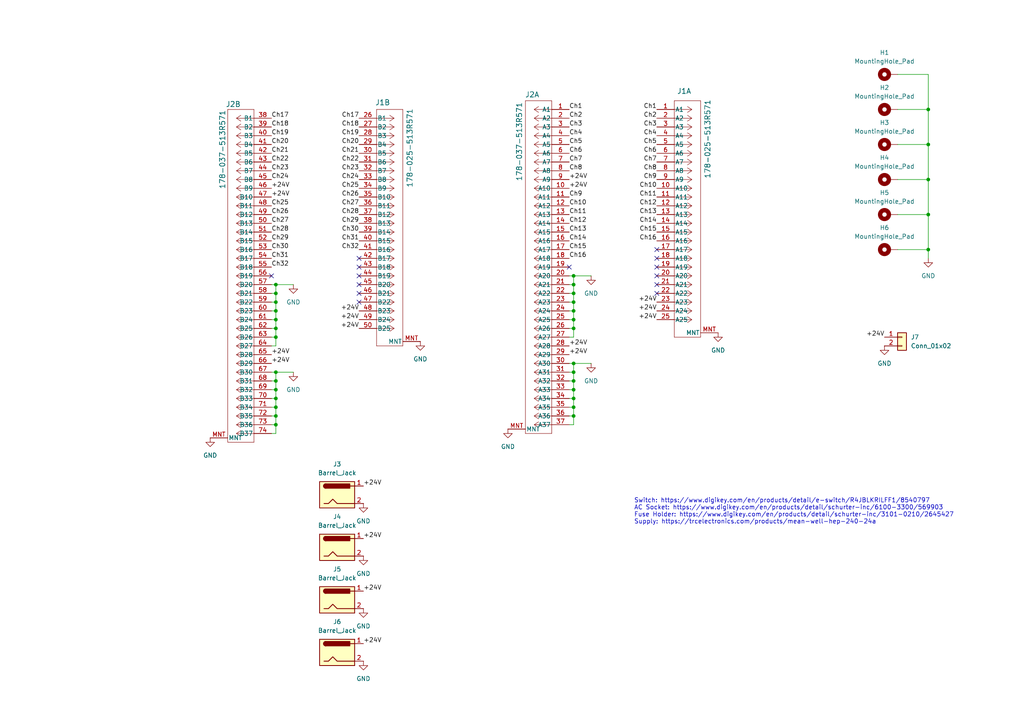
<source format=kicad_sch>
(kicad_sch (version 20231120) (generator "eeschema") (generator_version "8.0")
  (paper "A4")
  (lib_symbols
    (symbol "2024-06-11_19-09-51:178-025-513R571" (pin_names (offset 0.254))
      (property "Reference" "J" (at 6.096 4.064 0))
      (property "Value" "178-025-513R571" (at 13.97 -8.382 90))
      (symbol "178-025-513R571_1_1"
        (pin unspecified line (at 0 0 0) (length 5.08) (name "A1") (number "1"))
        (pin unspecified line (at 0 -22.86 0) (length 5.08) (name "A10") (number "10"))
        (pin unspecified line (at 0 -25.4 0) (length 5.08) (name "A11") (number "11"))
        (pin unspecified line (at 0 -27.94 0) (length 5.08) (name "A12") (number "12"))
        (pin unspecified line (at 0 -30.48 0) (length 5.08) (name "A13") (number "13"))
        (pin unspecified line (at 0 -33.02 0) (length 5.08) (name "A14") (number "14"))
        (pin unspecified line (at 0 -35.56 0) (length 5.08) (name "A15") (number "15"))
        (pin unspecified line (at 0 -38.1 0) (length 5.08) (name "A16") (number "16"))
        (pin unspecified line (at 0 -40.64 0) (length 5.08) (name "A17") (number "17"))
        (pin unspecified line (at 0 -43.18 0) (length 5.08) (name "A18") (number "18"))
        (pin unspecified line (at 0 -45.72 0) (length 5.08) (name "A19") (number "19"))
        (pin unspecified line (at 0 -2.54 0) (length 5.08) (name "A2") (number "2"))
        (pin unspecified line (at 0 -48.26 0) (length 5.08) (name "A20") (number "20"))
        (pin unspecified line (at 0 -50.8 0) (length 5.08) (name "A21") (number "21"))
        (pin unspecified line (at 0 -53.34 0) (length 5.08) (name "A22") (number "22"))
        (pin unspecified line (at 0 -55.88 0) (length 5.08) (name "A23") (number "23"))
        (pin unspecified line (at 0 -58.42 0) (length 5.08) (name "A24") (number "24"))
        (pin unspecified line (at 0 -60.96 0) (length 5.08) (name "A25") (number "25"))
        (pin unspecified line (at 0 -5.08 0) (length 5.08) (name "A3") (number "3"))
        (pin unspecified line (at 0 -7.62 0) (length 5.08) (name "A4") (number "4"))
        (pin unspecified line (at 0 -10.16 0) (length 5.08) (name "A5") (number "5"))
        (pin unspecified line (at 0 -12.7 0) (length 5.08) (name "A6") (number "6"))
        (pin unspecified line (at 0 -15.24 0) (length 5.08) (name "A7") (number "7"))
        (pin unspecified line (at 0 -17.78 0) (length 5.08) (name "A8") (number "8"))
        (pin unspecified line (at 0 -20.32 0) (length 5.08) (name "A9") (number "9"))
        (pin unspecified line (at 17.78 -64.77 180) (length 5.08) (name "MNT") (number "MNT"))
      )
      (symbol "178-025-513R571_1_2"
        (pin unspecified line (at 0 0 0) (length 5.08) (name "A1") (number "A1"))
        (pin unspecified line (at 0 -22.86 0) (length 5.08) (name "A10") (number "A10"))
        (pin unspecified line (at 0 -25.4 0) (length 5.08) (name "A11") (number "A11"))
        (pin unspecified line (at 0 -27.94 0) (length 5.08) (name "A12") (number "A12"))
        (pin unspecified line (at 0 -30.48 0) (length 5.08) (name "A13") (number "A13"))
        (pin unspecified line (at 0 -33.02 0) (length 5.08) (name "A14") (number "A14"))
        (pin unspecified line (at 0 -35.56 0) (length 5.08) (name "A15") (number "A15"))
        (pin unspecified line (at 0 -38.1 0) (length 5.08) (name "A16") (number "A16"))
        (pin unspecified line (at 0 -40.64 0) (length 5.08) (name "A17") (number "A17"))
        (pin unspecified line (at 0 -43.18 0) (length 5.08) (name "A18") (number "A18"))
        (pin unspecified line (at 0 -45.72 0) (length 5.08) (name "A19") (number "A19"))
        (pin unspecified line (at 0 -2.54 0) (length 5.08) (name "A2") (number "A2"))
        (pin unspecified line (at 0 -48.26 0) (length 5.08) (name "A20") (number "A20"))
        (pin unspecified line (at 0 -50.8 0) (length 5.08) (name "A21") (number "A21"))
        (pin unspecified line (at 0 -53.34 0) (length 5.08) (name "A22") (number "A22"))
        (pin unspecified line (at 0 -55.88 0) (length 5.08) (name "A23") (number "A23"))
        (pin unspecified line (at 0 -58.42 0) (length 5.08) (name "A24") (number "A24"))
        (pin unspecified line (at 0 -60.96 0) (length 5.08) (name "A25") (number "A25"))
        (pin unspecified line (at 0 -5.08 0) (length 5.08) (name "A3") (number "A3"))
        (pin unspecified line (at 0 -7.62 0) (length 5.08) (name "A4") (number "A4"))
        (pin unspecified line (at 0 -10.16 0) (length 5.08) (name "A5") (number "A5"))
        (pin unspecified line (at 0 -12.7 0) (length 5.08) (name "A6") (number "A6"))
        (pin unspecified line (at 0 -15.24 0) (length 5.08) (name "A7") (number "A7"))
        (pin unspecified line (at 0 -17.78 0) (length 5.08) (name "A8") (number "A8"))
        (pin unspecified line (at 0 -20.32 0) (length 5.08) (name "A9") (number "A9"))
        (pin unspecified line (at 0 -124.46 0) (length 5.08) (name "B1") (number "B1"))
        (pin unspecified line (at 0 -101.6 0) (length 5.08) (name "B10") (number "B10"))
        (pin unspecified line (at 0 -99.06 0) (length 5.08) (name "B11") (number "B11"))
        (pin unspecified line (at 0 -96.52 0) (length 5.08) (name "B12") (number "B12"))
        (pin unspecified line (at 0 -93.98 0) (length 5.08) (name "B13") (number "B13"))
        (pin unspecified line (at 0 -91.44 0) (length 5.08) (name "B14") (number "B14"))
        (pin unspecified line (at 0 -88.9 0) (length 5.08) (name "B15") (number "B15"))
        (pin unspecified line (at 0 -86.36 0) (length 5.08) (name "B16") (number "B16"))
        (pin unspecified line (at 0 -83.82 0) (length 5.08) (name "B17") (number "B17"))
        (pin unspecified line (at 0 -81.28 0) (length 5.08) (name "B18") (number "B18"))
        (pin unspecified line (at 0 -78.74 0) (length 5.08) (name "B19") (number "B19"))
        (pin unspecified line (at 0 -121.92 0) (length 5.08) (name "B2") (number "B2"))
        (pin unspecified line (at 0 -76.2 0) (length 5.08) (name "B20") (number "B20"))
        (pin unspecified line (at 0 -73.66 0) (length 5.08) (name "B21") (number "B21"))
        (pin unspecified line (at 0 -71.12 0) (length 5.08) (name "B22") (number "B22"))
        (pin unspecified line (at 0 -68.58 0) (length 5.08) (name "B23") (number "B23"))
        (pin unspecified line (at 0 -66.04 0) (length 5.08) (name "B24") (number "B24"))
        (pin unspecified line (at 0 -63.5 0) (length 5.08) (name "B25") (number "B25"))
        (pin unspecified line (at 0 -119.38 0) (length 5.08) (name "B3") (number "B3"))
        (pin unspecified line (at 0 -116.84 0) (length 5.08) (name "B4") (number "B4"))
        (pin unspecified line (at 0 -114.3 0) (length 5.08) (name "B5") (number "B5"))
        (pin unspecified line (at 0 -111.76 0) (length 5.08) (name "B6") (number "B6"))
        (pin unspecified line (at 0 -109.22 0) (length 5.08) (name "B7") (number "B7"))
        (pin unspecified line (at 0 -106.68 0) (length 5.08) (name "B8") (number "B8"))
        (pin unspecified line (at 0 -104.14 0) (length 5.08) (name "B9") (number "B9"))
      )
      (symbol "178-025-513R571_2_1"
        (pin unspecified line (at 1.27 -3.81 0) (length 5.08) (name "B1") (number "26"))
        (pin unspecified line (at 1.27 -6.35 0) (length 5.08) (name "B2") (number "27"))
        (pin unspecified line (at 1.27 -8.89 0) (length 5.08) (name "B3") (number "28"))
        (pin unspecified line (at 1.27 -11.43 0) (length 5.08) (name "B4") (number "29"))
        (pin unspecified line (at 1.27 -13.97 0) (length 5.08) (name "B5") (number "30"))
        (pin unspecified line (at 1.27 -16.51 0) (length 5.08) (name "B6") (number "31"))
        (pin unspecified line (at 1.27 -19.05 0) (length 5.08) (name "B7") (number "32"))
        (pin unspecified line (at 1.27 -21.59 0) (length 5.08) (name "B8") (number "33"))
        (pin unspecified line (at 1.27 -24.13 0) (length 5.08) (name "B9") (number "34"))
        (pin unspecified line (at 1.27 -26.67 0) (length 5.08) (name "B10") (number "35"))
        (pin unspecified line (at 1.27 -29.21 0) (length 5.08) (name "B11") (number "36"))
        (pin unspecified line (at 1.27 -31.75 0) (length 5.08) (name "B12") (number "37"))
        (pin unspecified line (at 1.27 -34.29 0) (length 5.08) (name "B13") (number "38"))
        (pin unspecified line (at 1.27 -36.83 0) (length 5.08) (name "B14") (number "39"))
        (pin unspecified line (at 1.27 -39.37 0) (length 5.08) (name "B15") (number "40"))
        (pin unspecified line (at 1.27 -41.91 0) (length 5.08) (name "B16") (number "41"))
        (pin unspecified line (at 1.27 -44.45 0) (length 5.08) (name "B17") (number "42"))
        (pin unspecified line (at 1.27 -46.99 0) (length 5.08) (name "B18") (number "43"))
        (pin unspecified line (at 1.27 -49.53 0) (length 5.08) (name "B19") (number "44"))
        (pin unspecified line (at 1.27 -52.07 0) (length 5.08) (name "B20") (number "45"))
        (pin unspecified line (at 1.27 -54.61 0) (length 5.08) (name "B21") (number "46"))
        (pin unspecified line (at 1.27 -57.15 0) (length 5.08) (name "B22") (number "47"))
        (pin unspecified line (at 1.27 -59.69 0) (length 5.08) (name "B23") (number "48"))
        (pin unspecified line (at 1.27 -62.23 0) (length 5.08) (name "B24") (number "49"))
        (pin unspecified line (at 1.27 -64.77 0) (length 5.08) (name "B25") (number "50"))
        (pin unspecified line (at 19.05 -68.58 180) (length 5.08) (name "MNT") (number "MNT"))
      )
      (symbol "178-025-513R571_2_2"
        (pin unspecified line (at 0 0 0) (length 5.08) (name "A1") (number "A1"))
        (pin unspecified line (at 0 -22.86 0) (length 5.08) (name "A10") (number "A10"))
        (pin unspecified line (at 0 -25.4 0) (length 5.08) (name "A11") (number "A11"))
        (pin unspecified line (at 0 -27.94 0) (length 5.08) (name "A12") (number "A12"))
        (pin unspecified line (at 0 -30.48 0) (length 5.08) (name "A13") (number "A13"))
        (pin unspecified line (at 0 -33.02 0) (length 5.08) (name "A14") (number "A14"))
        (pin unspecified line (at 0 -35.56 0) (length 5.08) (name "A15") (number "A15"))
        (pin unspecified line (at 0 -38.1 0) (length 5.08) (name "A16") (number "A16"))
        (pin unspecified line (at 0 -40.64 0) (length 5.08) (name "A17") (number "A17"))
        (pin unspecified line (at 0 -43.18 0) (length 5.08) (name "A18") (number "A18"))
        (pin unspecified line (at 0 -45.72 0) (length 5.08) (name "A19") (number "A19"))
        (pin unspecified line (at 0 -2.54 0) (length 5.08) (name "A2") (number "A2"))
        (pin unspecified line (at 0 -48.26 0) (length 5.08) (name "A20") (number "A20"))
        (pin unspecified line (at 0 -50.8 0) (length 5.08) (name "A21") (number "A21"))
        (pin unspecified line (at 0 -53.34 0) (length 5.08) (name "A22") (number "A22"))
        (pin unspecified line (at 0 -55.88 0) (length 5.08) (name "A23") (number "A23"))
        (pin unspecified line (at 0 -58.42 0) (length 5.08) (name "A24") (number "A24"))
        (pin unspecified line (at 0 -60.96 0) (length 5.08) (name "A25") (number "A25"))
        (pin unspecified line (at 0 -5.08 0) (length 5.08) (name "A3") (number "A3"))
        (pin unspecified line (at 0 -7.62 0) (length 5.08) (name "A4") (number "A4"))
        (pin unspecified line (at 0 -10.16 0) (length 5.08) (name "A5") (number "A5"))
        (pin unspecified line (at 0 -12.7 0) (length 5.08) (name "A6") (number "A6"))
        (pin unspecified line (at 0 -15.24 0) (length 5.08) (name "A7") (number "A7"))
        (pin unspecified line (at 0 -17.78 0) (length 5.08) (name "A8") (number "A8"))
        (pin unspecified line (at 0 -20.32 0) (length 5.08) (name "A9") (number "A9"))
        (pin unspecified line (at 0 -124.46 0) (length 5.08) (name "B1") (number "B1"))
        (pin unspecified line (at 0 -101.6 0) (length 5.08) (name "B10") (number "B10"))
        (pin unspecified line (at 0 -99.06 0) (length 5.08) (name "B11") (number "B11"))
        (pin unspecified line (at 0 -96.52 0) (length 5.08) (name "B12") (number "B12"))
        (pin unspecified line (at 0 -93.98 0) (length 5.08) (name "B13") (number "B13"))
        (pin unspecified line (at 0 -91.44 0) (length 5.08) (name "B14") (number "B14"))
        (pin unspecified line (at 0 -88.9 0) (length 5.08) (name "B15") (number "B15"))
        (pin unspecified line (at 0 -86.36 0) (length 5.08) (name "B16") (number "B16"))
        (pin unspecified line (at 0 -83.82 0) (length 5.08) (name "B17") (number "B17"))
        (pin unspecified line (at 0 -81.28 0) (length 5.08) (name "B18") (number "B18"))
        (pin unspecified line (at 0 -78.74 0) (length 5.08) (name "B19") (number "B19"))
        (pin unspecified line (at 0 -121.92 0) (length 5.08) (name "B2") (number "B2"))
        (pin unspecified line (at 0 -76.2 0) (length 5.08) (name "B20") (number "B20"))
        (pin unspecified line (at 0 -73.66 0) (length 5.08) (name "B21") (number "B21"))
        (pin unspecified line (at 0 -71.12 0) (length 5.08) (name "B22") (number "B22"))
        (pin unspecified line (at 0 -68.58 0) (length 5.08) (name "B23") (number "B23"))
        (pin unspecified line (at 0 -66.04 0) (length 5.08) (name "B24") (number "B24"))
        (pin unspecified line (at 0 -63.5 0) (length 5.08) (name "B25") (number "B25"))
        (pin unspecified line (at 0 -119.38 0) (length 5.08) (name "B3") (number "B3"))
        (pin unspecified line (at 0 -116.84 0) (length 5.08) (name "B4") (number "B4"))
        (pin unspecified line (at 0 -114.3 0) (length 5.08) (name "B5") (number "B5"))
        (pin unspecified line (at 0 -111.76 0) (length 5.08) (name "B6") (number "B6"))
        (pin unspecified line (at 0 -109.22 0) (length 5.08) (name "B7") (number "B7"))
        (pin unspecified line (at 0 -106.68 0) (length 5.08) (name "B8") (number "B8"))
        (pin unspecified line (at 0 -104.14 0) (length 5.08) (name "B9") (number "B9"))
      )
    )
    (symbol "2024-06-11_19-10-12:178-037-513R571" (pin_names (offset 0.254))
      (property "Reference" "J" (at 8.89 6.35 0))
      (property "Value" "178-037-513R571" (at 14.478 -58.42 90))
      (symbol "178-037-513R571_1_1"
        (pin unspecified line (at 0 0 0) (length 5.08) (name "A1") (number "1"))
        (pin unspecified line (at 0 -22.86 0) (length 5.08) (name "A10") (number "10"))
        (pin unspecified line (at 0 -25.4 0) (length 5.08) (name "A11") (number "11"))
        (pin unspecified line (at 0 -27.94 0) (length 5.08) (name "A12") (number "12"))
        (pin unspecified line (at 0 -30.48 0) (length 5.08) (name "A13") (number "13"))
        (pin unspecified line (at 0 -33.02 0) (length 5.08) (name "A14") (number "14"))
        (pin unspecified line (at 0 -35.56 0) (length 5.08) (name "A15") (number "15"))
        (pin unspecified line (at 0 -38.1 0) (length 5.08) (name "A16") (number "16"))
        (pin unspecified line (at 0 -40.64 0) (length 5.08) (name "A17") (number "17"))
        (pin unspecified line (at 0 -43.18 0) (length 5.08) (name "A18") (number "18"))
        (pin unspecified line (at 0 -45.72 0) (length 5.08) (name "A19") (number "19"))
        (pin unspecified line (at 0 -2.54 0) (length 5.08) (name "A2") (number "2"))
        (pin unspecified line (at 0 -48.26 0) (length 5.08) (name "A20") (number "20"))
        (pin unspecified line (at 0 -50.8 0) (length 5.08) (name "A21") (number "21"))
        (pin unspecified line (at 0 -53.34 0) (length 5.08) (name "A22") (number "22"))
        (pin unspecified line (at 0 -55.88 0) (length 5.08) (name "A23") (number "23"))
        (pin unspecified line (at 0 -58.42 0) (length 5.08) (name "A24") (number "24"))
        (pin unspecified line (at 0 -60.96 0) (length 5.08) (name "A25") (number "25"))
        (pin unspecified line (at 0 -63.5 0) (length 5.08) (name "A26") (number "26"))
        (pin unspecified line (at 0 -66.04 0) (length 5.08) (name "A27") (number "27"))
        (pin unspecified line (at 0 -68.58 0) (length 5.08) (name "A28") (number "28"))
        (pin unspecified line (at 0 -71.12 0) (length 5.08) (name "A29") (number "29"))
        (pin unspecified line (at 0 -5.08 0) (length 5.08) (name "A3") (number "3"))
        (pin unspecified line (at 0 -73.66 0) (length 5.08) (name "A30") (number "30"))
        (pin unspecified line (at 0 -76.2 0) (length 5.08) (name "A31") (number "31"))
        (pin unspecified line (at 0 -78.74 0) (length 5.08) (name "A32") (number "32"))
        (pin unspecified line (at 0 -81.28 0) (length 5.08) (name "A33") (number "33"))
        (pin unspecified line (at 0 -83.82 0) (length 5.08) (name "A34") (number "34"))
        (pin unspecified line (at 0 -86.36 0) (length 5.08) (name "A35") (number "35"))
        (pin unspecified line (at 0 -88.9 0) (length 5.08) (name "A36") (number "36"))
        (pin unspecified line (at 0 -91.44 0) (length 5.08) (name "A37") (number "37"))
        (pin unspecified line (at 0 -7.62 0) (length 5.08) (name "A4") (number "4"))
        (pin unspecified line (at 0 -10.16 0) (length 5.08) (name "A5") (number "5"))
        (pin unspecified line (at 0 -12.7 0) (length 5.08) (name "A6") (number "6"))
        (pin unspecified line (at 0 -15.24 0) (length 5.08) (name "A7") (number "7"))
        (pin unspecified line (at 0 -17.78 0) (length 5.08) (name "A8") (number "8"))
        (pin unspecified line (at 0 -20.32 0) (length 5.08) (name "A9") (number "9"))
        (pin unspecified line (at 17.78 -92.71 180) (length 5.08) (name "MNT") (number "MNT"))
      )
      (symbol "178-037-513R571_1_2"
        (pin unspecified line (at 0 0 0) (length 5.08) (name "1") (number "1"))
        (pin unspecified line (at 0 -22.86 0) (length 5.08) (name "10") (number "10"))
        (pin unspecified line (at 0 -25.4 0) (length 5.08) (name "11") (number "11"))
        (pin unspecified line (at 0 -27.94 0) (length 5.08) (name "12") (number "12"))
        (pin unspecified line (at 0 -30.48 0) (length 5.08) (name "13") (number "13"))
        (pin unspecified line (at 0 -33.02 0) (length 5.08) (name "14") (number "14"))
        (pin unspecified line (at 0 -35.56 0) (length 5.08) (name "15") (number "15"))
        (pin unspecified line (at 0 -38.1 0) (length 5.08) (name "16") (number "16"))
        (pin unspecified line (at 0 -40.64 0) (length 5.08) (name "17") (number "17"))
        (pin unspecified line (at 0 -43.18 0) (length 5.08) (name "18") (number "18"))
        (pin unspecified line (at 0 -45.72 0) (length 5.08) (name "19") (number "19"))
        (pin unspecified line (at 0 -2.54 0) (length 5.08) (name "2") (number "2"))
        (pin unspecified line (at 0 -48.26 0) (length 5.08) (name "20") (number "20"))
        (pin unspecified line (at 0 -50.8 0) (length 5.08) (name "21") (number "21"))
        (pin unspecified line (at 0 -53.34 0) (length 5.08) (name "22") (number "22"))
        (pin unspecified line (at 0 -55.88 0) (length 5.08) (name "23") (number "23"))
        (pin unspecified line (at 0 -58.42 0) (length 5.08) (name "24") (number "24"))
        (pin unspecified line (at 0 -60.96 0) (length 5.08) (name "25") (number "25"))
        (pin unspecified line (at 0 -63.5 0) (length 5.08) (name "26") (number "26"))
        (pin unspecified line (at 0 -66.04 0) (length 5.08) (name "27") (number "27"))
        (pin unspecified line (at 0 -68.58 0) (length 5.08) (name "28") (number "28"))
        (pin unspecified line (at 0 -71.12 0) (length 5.08) (name "29") (number "29"))
        (pin unspecified line (at 0 -5.08 0) (length 5.08) (name "3") (number "3"))
        (pin unspecified line (at 0 -73.66 0) (length 5.08) (name "30") (number "30"))
        (pin unspecified line (at 0 -76.2 0) (length 5.08) (name "31") (number "31"))
        (pin unspecified line (at 0 -78.74 0) (length 5.08) (name "32") (number "32"))
        (pin unspecified line (at 0 -81.28 0) (length 5.08) (name "33") (number "33"))
        (pin unspecified line (at 0 -83.82 0) (length 5.08) (name "34") (number "34"))
        (pin unspecified line (at 0 -86.36 0) (length 5.08) (name "35") (number "35"))
        (pin unspecified line (at 0 -88.9 0) (length 5.08) (name "36") (number "36"))
        (pin unspecified line (at 0 -91.44 0) (length 5.08) (name "37") (number "37"))
        (pin unspecified line (at 0 -7.62 0) (length 5.08) (name "4") (number "4"))
        (pin unspecified line (at 0 -10.16 0) (length 5.08) (name "5") (number "5"))
        (pin unspecified line (at 0 -12.7 0) (length 5.08) (name "6") (number "6"))
        (pin unspecified line (at 0 -15.24 0) (length 5.08) (name "7") (number "7"))
        (pin unspecified line (at 0 -17.78 0) (length 5.08) (name "8") (number "8"))
        (pin unspecified line (at 0 -20.32 0) (length 5.08) (name "9") (number "9"))
      )
      (symbol "178-037-513R571_2_1"
        (pin unspecified line (at 0 0 0) (length 5.08) (name "B1") (number "38"))
        (pin unspecified line (at 0 -2.54 0) (length 5.08) (name "B2") (number "39"))
        (pin unspecified line (at 0 -5.08 0) (length 5.08) (name "B3") (number "40"))
        (pin unspecified line (at 0 -7.62 0) (length 5.08) (name "B4") (number "41"))
        (pin unspecified line (at 0 -10.16 0) (length 5.08) (name "B5") (number "42"))
        (pin unspecified line (at 0 -12.7 0) (length 5.08) (name "B6") (number "43"))
        (pin unspecified line (at 0 -15.24 0) (length 5.08) (name "B7") (number "44"))
        (pin unspecified line (at 0 -17.78 0) (length 5.08) (name "B8") (number "45"))
        (pin unspecified line (at 0 -20.32 0) (length 5.08) (name "B9") (number "46"))
        (pin unspecified line (at 0 -22.86 0) (length 5.08) (name "B10") (number "47"))
        (pin unspecified line (at 0 -25.4 0) (length 5.08) (name "B11") (number "48"))
        (pin unspecified line (at 0 -27.94 0) (length 5.08) (name "B12") (number "49"))
        (pin unspecified line (at 0 -30.48 0) (length 5.08) (name "B13") (number "50"))
        (pin unspecified line (at 0 -33.02 0) (length 5.08) (name "B14") (number "51"))
        (pin unspecified line (at 0 -35.56 0) (length 5.08) (name "B15") (number "52"))
        (pin unspecified line (at 0 -38.1 0) (length 5.08) (name "B16") (number "53"))
        (pin unspecified line (at 0 -40.64 0) (length 5.08) (name "B17") (number "54"))
        (pin unspecified line (at 0 -43.18 0) (length 5.08) (name "B18") (number "55"))
        (pin unspecified line (at 0 -45.72 0) (length 5.08) (name "B19") (number "56"))
        (pin unspecified line (at 0 -48.26 0) (length 5.08) (name "B20") (number "57"))
        (pin unspecified line (at 0 -50.8 0) (length 5.08) (name "B21") (number "58"))
        (pin unspecified line (at 0 -53.34 0) (length 5.08) (name "B22") (number "59"))
        (pin unspecified line (at 0 -55.88 0) (length 5.08) (name "B23") (number "60"))
        (pin unspecified line (at 0 -58.42 0) (length 5.08) (name "B24") (number "61"))
        (pin unspecified line (at 0 -60.96 0) (length 5.08) (name "B25") (number "62"))
        (pin unspecified line (at 0 -63.5 0) (length 5.08) (name "B26") (number "63"))
        (pin unspecified line (at 0 -66.04 0) (length 5.08) (name "B27") (number "64"))
        (pin unspecified line (at 0 -68.58 0) (length 5.08) (name "B28") (number "65"))
        (pin unspecified line (at 0 -71.12 0) (length 5.08) (name "B29") (number "66"))
        (pin unspecified line (at 0 -73.66 0) (length 5.08) (name "B30") (number "67"))
        (pin unspecified line (at 0 -76.2 0) (length 5.08) (name "B31") (number "68"))
        (pin unspecified line (at 0 -78.74 0) (length 5.08) (name "B32") (number "69"))
        (pin unspecified line (at 0 -81.28 0) (length 5.08) (name "B33") (number "70"))
        (pin unspecified line (at 0 -83.82 0) (length 5.08) (name "B34") (number "71"))
        (pin unspecified line (at 0 -86.36 0) (length 5.08) (name "B35") (number "72"))
        (pin unspecified line (at 0 -88.9 0) (length 5.08) (name "B36") (number "73"))
        (pin unspecified line (at 0 -91.44 0) (length 5.08) (name "B37") (number "74"))
        (pin unspecified line (at 17.78 -92.71 180) (length 5.08) (name "MNT") (number "MNT"))
      )
      (symbol "178-037-513R571_2_2"
        (pin unspecified line (at 0 0 0) (length 5.08) (name "38") (number "38"))
        (pin unspecified line (at 0 -2.54 0) (length 5.08) (name "39") (number "39"))
        (pin unspecified line (at 0 -5.08 0) (length 5.08) (name "40") (number "40"))
        (pin unspecified line (at 0 -7.62 0) (length 5.08) (name "41") (number "41"))
        (pin unspecified line (at 0 -10.16 0) (length 5.08) (name "42") (number "42"))
        (pin unspecified line (at 0 -12.7 0) (length 5.08) (name "43") (number "43"))
        (pin unspecified line (at 0 -15.24 0) (length 5.08) (name "44") (number "44"))
        (pin unspecified line (at 0 -17.78 0) (length 5.08) (name "45") (number "45"))
        (pin unspecified line (at 0 -20.32 0) (length 5.08) (name "46") (number "46"))
        (pin unspecified line (at 0 -22.86 0) (length 5.08) (name "47") (number "47"))
        (pin unspecified line (at 0 -25.4 0) (length 5.08) (name "48") (number "48"))
        (pin unspecified line (at 0 -27.94 0) (length 5.08) (name "49") (number "49"))
        (pin unspecified line (at 0 -30.48 0) (length 5.08) (name "50") (number "50"))
        (pin unspecified line (at 0 -33.02 0) (length 5.08) (name "51") (number "51"))
        (pin unspecified line (at 0 -35.56 0) (length 5.08) (name "52") (number "52"))
        (pin unspecified line (at 0 -38.1 0) (length 5.08) (name "53") (number "53"))
        (pin unspecified line (at 0 -40.64 0) (length 5.08) (name "54") (number "54"))
        (pin unspecified line (at 0 -43.18 0) (length 5.08) (name "55") (number "55"))
        (pin unspecified line (at 0 -45.72 0) (length 5.08) (name "56") (number "56"))
        (pin unspecified line (at 0 -48.26 0) (length 5.08) (name "57") (number "57"))
        (pin unspecified line (at 0 -50.8 0) (length 5.08) (name "58") (number "58"))
        (pin unspecified line (at 0 -53.34 0) (length 5.08) (name "59") (number "59"))
        (pin unspecified line (at 0 -55.88 0) (length 5.08) (name "60") (number "60"))
        (pin unspecified line (at 0 -58.42 0) (length 5.08) (name "61") (number "61"))
        (pin unspecified line (at 0 -60.96 0) (length 5.08) (name "62") (number "62"))
        (pin unspecified line (at 0 -63.5 0) (length 5.08) (name "63") (number "63"))
        (pin unspecified line (at 0 -66.04 0) (length 5.08) (name "64") (number "64"))
        (pin unspecified line (at 0 -68.58 0) (length 5.08) (name "65") (number "65"))
        (pin unspecified line (at 0 -71.12 0) (length 5.08) (name "66") (number "66"))
        (pin unspecified line (at 0 -73.66 0) (length 5.08) (name "67") (number "67"))
        (pin unspecified line (at 0 -76.2 0) (length 5.08) (name "68") (number "68"))
        (pin unspecified line (at 0 -78.74 0) (length 5.08) (name "69") (number "69"))
        (pin unspecified line (at 0 -81.28 0) (length 5.08) (name "70") (number "70"))
        (pin unspecified line (at 0 -83.82 0) (length 5.08) (name "71") (number "71"))
        (pin unspecified line (at 0 -86.36 0) (length 5.08) (name "72") (number "72"))
        (pin unspecified line (at 0 -88.9 0) (length 5.08) (name "73") (number "73"))
        (pin unspecified line (at 0 -91.44 0) (length 5.08) (name "74") (number "74"))
      )
    )
    (symbol "Connector:Barrel_Jack" (pin_names (offset 1.016))
      (property "Reference" "J" (at 0 5.334 0))
      (property "Value" "Barrel_Jack" (at 0 -5.08 0))
      (symbol "Barrel_Jack_1_1"
        (pin passive line (at 7.62 2.54 180) (length 2.54) (name "~") (number "1"))
        (pin passive line (at 7.62 -2.54 180) (length 2.54) (name "~") (number "2"))
      )
    )
    (symbol "Connector_Generic:Conn_01x02" (pin_names (offset 1.016) hide)
      (property "Reference" "J" (at 0 2.54 0))
      (property "Value" "Conn_01x02" (at 0 -5.08 0))
      (symbol "Conn_01x02_1_1"
        (pin passive line (at -5.08 0 0) (length 3.81) (name "Pin_1") (number "1"))
        (pin passive line (at -5.08 -2.54 0) (length 3.81) (name "Pin_2") (number "2"))
      )
    )
    (symbol "Mechanical:MountingHole_Pad" (pin_numbers hide) (pin_names (offset 1.016) hide) (exclude_from_sim yes) (in_bom no)
      (property "Reference" "H" (at 0 6.35 0))
      (property "Value" "MountingHole_Pad" (at 0 4.445 0))
      (symbol "MountingHole_Pad_1_1"
        (pin input line (at 0 -2.54 90) (length 2.54) (name "1") (number "1"))
      )
    )
    (symbol "power:GND" (power) (pin_numbers hide) (pin_names (offset 0) hide)
      (property "Value" "GND" (at 0 -3.81 0))
      (symbol "GND_1_1"
        (pin power_in line (at 0 0 270) (length 0) (name "~") (number "1"))
      )
    )
  )
  (junction (at 166.37 85.09))
  (junction (at 80.01 87.63))
  (junction (at 166.37 95.25))
  (junction (at 80.01 120.65))
  (junction (at 166.37 80.01))
  (junction (at 166.37 90.17))
  (junction (at 269.24 31.75))
  (junction (at 80.01 115.57))
  (junction (at 80.01 123.19))
  (junction (at 80.01 95.25))
  (junction (at 166.37 87.63))
  (junction (at 166.37 82.55))
  (junction (at 80.01 107.95))
  (junction (at 166.37 110.49))
  (junction (at 269.24 52.07))
  (junction (at 80.01 82.55))
  (junction (at 80.01 90.17))
  (junction (at 269.24 41.91))
  (junction (at 80.01 113.03))
  (junction (at 80.01 97.79))
  (junction (at 269.24 62.23))
  (junction (at 80.01 110.49))
  (junction (at 80.01 118.11))
  (junction (at 80.01 85.09))
  (junction (at 166.37 118.11))
  (junction (at 166.37 113.03))
  (junction (at 166.37 107.95))
  (junction (at 166.37 120.65))
  (junction (at 269.24 72.39))
  (junction (at 80.01 92.71))
  (junction (at 166.37 115.57))
  (junction (at 166.37 105.41))
  (junction (at 166.37 92.71))
  (no_connect (at 190.5 74.93))
  (no_connect (at 104.14 87.63))
  (no_connect (at 165.1 77.47))
  (no_connect (at 104.14 74.93))
  (no_connect (at 104.14 82.55))
  (no_connect (at 104.14 77.47))
  (no_connect (at 190.5 82.55))
  (no_connect (at 104.14 85.09))
  (no_connect (at 104.14 80.01))
  (no_connect (at 78.74 80.01))
  (no_connect (at 190.5 80.01))
  (no_connect (at 190.5 77.47))
  (no_connect (at 190.5 72.39))
  (no_connect (at 190.5 85.09))
  (wire (pts (xy 260.35 52.07) (xy 269.24 52.07)))
  (wire (pts (xy 80.01 125.73) (xy 80.01 123.19)))
  (wire (pts (xy 165.1 87.63) (xy 166.37 87.63)))
  (wire (pts (xy 80.01 120.65) (xy 80.01 118.11)))
  (wire (pts (xy 165.1 90.17) (xy 166.37 90.17)))
  (wire (pts (xy 78.74 110.49) (xy 80.01 110.49)))
  (wire (pts (xy 260.35 62.23) (xy 269.24 62.23)))
  (wire (pts (xy 80.01 85.09) (xy 80.01 82.55)))
  (wire (pts (xy 165.1 107.95) (xy 166.37 107.95)))
  (wire (pts (xy 269.24 52.07) (xy 269.24 62.23)))
  (wire (pts (xy 165.1 82.55) (xy 166.37 82.55)))
  (wire (pts (xy 166.37 107.95) (xy 166.37 105.41)))
  (wire (pts (xy 166.37 118.11) (xy 166.37 115.57)))
  (wire (pts (xy 78.74 123.19) (xy 80.01 123.19)))
  (wire (pts (xy 80.01 107.95) (xy 85.09 107.95)))
  (wire (pts (xy 165.1 118.11) (xy 166.37 118.11)))
  (wire (pts (xy 80.01 82.55) (xy 85.09 82.55)))
  (wire (pts (xy 165.1 92.71) (xy 166.37 92.71)))
  (wire (pts (xy 165.1 115.57) (xy 166.37 115.57)))
  (wire (pts (xy 78.74 125.73) (xy 80.01 125.73)))
  (wire (pts (xy 269.24 21.59) (xy 269.24 31.75)))
  (wire (pts (xy 80.01 115.57) (xy 80.01 113.03)))
  (wire (pts (xy 260.35 41.91) (xy 269.24 41.91)))
  (wire (pts (xy 78.74 113.03) (xy 80.01 113.03)))
  (wire (pts (xy 166.37 95.25) (xy 166.37 92.71)))
  (wire (pts (xy 166.37 85.09) (xy 166.37 82.55)))
  (wire (pts (xy 80.01 110.49) (xy 80.01 107.95)))
  (wire (pts (xy 269.24 31.75) (xy 269.24 41.91)))
  (wire (pts (xy 80.01 100.33) (xy 80.01 97.79)))
  (wire (pts (xy 165.1 85.09) (xy 166.37 85.09)))
  (wire (pts (xy 80.01 87.63) (xy 80.01 85.09)))
  (wire (pts (xy 166.37 82.55) (xy 166.37 80.01)))
  (wire (pts (xy 165.1 110.49) (xy 166.37 110.49)))
  (wire (pts (xy 166.37 80.01) (xy 171.45 80.01)))
  (wire (pts (xy 166.37 110.49) (xy 166.37 107.95)))
  (wire (pts (xy 165.1 120.65) (xy 166.37 120.65)))
  (wire (pts (xy 166.37 87.63) (xy 166.37 85.09)))
  (wire (pts (xy 260.35 31.75) (xy 269.24 31.75)))
  (wire (pts (xy 260.35 21.59) (xy 269.24 21.59)))
  (wire (pts (xy 78.74 90.17) (xy 80.01 90.17)))
  (wire (pts (xy 78.74 97.79) (xy 80.01 97.79)))
  (wire (pts (xy 78.74 85.09) (xy 80.01 85.09)))
  (wire (pts (xy 78.74 107.95) (xy 80.01 107.95)))
  (wire (pts (xy 80.01 95.25) (xy 80.01 92.71)))
  (wire (pts (xy 166.37 113.03) (xy 166.37 110.49)))
  (wire (pts (xy 80.01 92.71) (xy 80.01 90.17)))
  (wire (pts (xy 165.1 95.25) (xy 166.37 95.25)))
  (wire (pts (xy 269.24 72.39) (xy 269.24 74.93)))
  (wire (pts (xy 166.37 92.71) (xy 166.37 90.17)))
  (wire (pts (xy 166.37 90.17) (xy 166.37 87.63)))
  (wire (pts (xy 166.37 120.65) (xy 166.37 118.11)))
  (wire (pts (xy 78.74 120.65) (xy 80.01 120.65)))
  (wire (pts (xy 80.01 113.03) (xy 80.01 110.49)))
  (wire (pts (xy 78.74 100.33) (xy 80.01 100.33)))
  (wire (pts (xy 78.74 118.11) (xy 80.01 118.11)))
  (wire (pts (xy 80.01 118.11) (xy 80.01 115.57)))
  (wire (pts (xy 78.74 95.25) (xy 80.01 95.25)))
  (wire (pts (xy 166.37 123.19) (xy 166.37 120.65)))
  (wire (pts (xy 78.74 87.63) (xy 80.01 87.63)))
  (wire (pts (xy 260.35 72.39) (xy 269.24 72.39)))
  (wire (pts (xy 165.1 113.03) (xy 166.37 113.03)))
  (wire (pts (xy 80.01 123.19) (xy 80.01 120.65)))
  (wire (pts (xy 166.37 105.41) (xy 171.45 105.41)))
  (wire (pts (xy 78.74 92.71) (xy 80.01 92.71)))
  (wire (pts (xy 269.24 62.23) (xy 269.24 72.39)))
  (wire (pts (xy 166.37 115.57) (xy 166.37 113.03)))
  (wire (pts (xy 80.01 90.17) (xy 80.01 87.63)))
  (wire (pts (xy 165.1 105.41) (xy 166.37 105.41)))
  (wire (pts (xy 165.1 97.79) (xy 166.37 97.79)))
  (wire (pts (xy 166.37 97.79) (xy 166.37 95.25)))
  (wire (pts (xy 78.74 82.55) (xy 80.01 82.55)))
  (wire (pts (xy 269.24 41.91) (xy 269.24 52.07)))
  (wire (pts (xy 165.1 123.19) (xy 166.37 123.19)))
  (wire (pts (xy 165.1 80.01) (xy 166.37 80.01)))
  (wire (pts (xy 80.01 97.79) (xy 80.01 95.25)))
  (wire (pts (xy 78.74 115.57) (xy 80.01 115.57)))
  (text "Switch: https://www.digikey.com/en/products/detail/e-switch/R4JBLKRILFF1/8540797\nAC Socket: https://www.digikey.com/en/products/detail/schurter-inc/6100-3300/569903\nFuse Holder: https://www.digikey.com/en/products/detail/schurter-inc/3101-0210/2645427\nSupply: https://trcelectronics.com/products/mean-well-hep-240-24a" (at 183.896 148.336 0) (effects (font (size 1.27 1.27)) (justify left)))
  (label "+24V" (at 165.1 100.33 0))
  (label "Ch4" (at 165.1 39.37 0))
  (label "Ch8" (at 165.1 49.53 0))
  (label "Ch31" (at 78.74 74.93 0))
  (label "Ch23" (at 78.74 49.53 0))
  (label "+24V" (at 190.5 87.63 180))
  (label "Ch21" (at 104.14 44.45 180))
  (label "Ch9" (at 165.1 57.15 0))
  (label "Ch3" (at 165.1 36.83 0))
  (label "Ch30" (at 104.14 67.31 180))
  (label "Ch15" (at 190.5 67.31 180))
  (label "Ch12" (at 165.1 64.77 0))
  (label "+24V" (at 105.41 171.45 0))
  (label "Ch2" (at 165.1 34.29 0))
  (label "Ch14" (at 165.1 69.85 0))
  (label "Ch23" (at 104.14 49.53 180))
  (label "Ch15" (at 165.1 72.39 0))
  (label "Ch32" (at 104.14 72.39 180))
  (label "Ch13" (at 165.1 67.31 0))
  (label "Ch9" (at 190.5 52.07 180))
  (label "Ch6" (at 190.5 44.45 180))
  (label "Ch16" (at 190.5 69.85 180))
  (label "Ch1" (at 190.5 31.75 180))
  (label "+24V" (at 105.41 140.97 0))
  (label "Ch22" (at 78.74 46.99 0))
  (label "Ch1" (at 165.1 31.75 0))
  (label "Ch27" (at 104.14 59.69 180))
  (label "+24V" (at 78.74 57.15 0))
  (label "Ch17" (at 78.74 34.29 0))
  (label "Ch19" (at 78.74 39.37 0))
  (label "Ch7" (at 190.5 46.99 180))
  (label "+24V" (at 104.14 95.25 180))
  (label "+24V" (at 78.74 54.61 0))
  (label "Ch31" (at 104.14 69.85 180))
  (label "+24V" (at 104.14 92.71 180))
  (label "Ch26" (at 78.74 62.23 0))
  (label "Ch8" (at 190.5 49.53 180))
  (label "Ch18" (at 104.14 36.83 180))
  (label "Ch29" (at 78.74 69.85 0))
  (label "Ch28" (at 78.74 67.31 0))
  (label "Ch4" (at 190.5 39.37 180))
  (label "Ch25" (at 104.14 54.61 180))
  (label "Ch25" (at 78.74 59.69 0))
  (label "Ch2" (at 190.5 34.29 180))
  (label "Ch10" (at 165.1 59.69 0))
  (label "Ch20" (at 104.14 41.91 180))
  (label "Ch16" (at 165.1 74.93 0))
  (label "+24V" (at 165.1 102.87 0))
  (label "Ch10" (at 190.5 54.61 180))
  (label "Ch6" (at 165.1 44.45 0))
  (label "+24V" (at 165.1 54.61 0))
  (label "+24V" (at 165.1 52.07 0))
  (label "Ch3" (at 190.5 36.83 180))
  (label "Ch19" (at 104.14 39.37 180))
  (label "Ch20" (at 78.74 41.91 0))
  (label "Ch7" (at 165.1 46.99 0))
  (label "+24V" (at 78.74 102.87 0))
  (label "Ch22" (at 104.14 46.99 180))
  (label "Ch29" (at 104.14 64.77 180))
  (label "Ch26" (at 104.14 57.15 180))
  (label "Ch11" (at 190.5 57.15 180))
  (label "+24V" (at 105.41 186.69 0))
  (label "+24V" (at 190.5 90.17 180))
  (label "Ch14" (at 190.5 64.77 180))
  (label "Ch5" (at 190.5 41.91 180))
  (label "Ch27" (at 78.74 64.77 0))
  (label "Ch21" (at 78.74 44.45 0))
  (label "Ch18" (at 78.74 36.83 0))
  (label "Ch11" (at 165.1 62.23 0))
  (label "Ch32" (at 78.74 77.47 0))
  (label "Ch5" (at 165.1 41.91 0))
  (label "+24V" (at 78.74 105.41 0))
  (label "+24V" (at 190.5 92.71 180))
  (label "+24V" (at 105.41 156.21 0))
  (label "Ch30" (at 78.74 72.39 0))
  (label "Ch24" (at 104.14 52.07 180))
  (label "+24V" (at 256.54 97.79 180))
  (label "Ch28" (at 104.14 62.23 180))
  (label "Ch17" (at 104.14 34.29 180))
  (label "Ch13" (at 190.5 62.23 180))
  (label "Ch24" (at 78.74 52.07 0))
  (label "Ch12" (at 190.5 59.69 180))
  (label "+24V" (at 104.14 90.17 180))
  (symbol (lib_id "power:GND") (at 171.45 105.41 0) (unit 1)
    (property "Reference" "#PWR012" (effects (hide yes)))
    (property "Value" "GND" (at 171.45 110.49 0))
    (property "Description" "Power symbol creates a global label with name \"GND\" , ground" (effects (hide yes)))
  )
  (symbol (lib_id "power:GND") (at 60.96 127 0) (mirror y) (unit 1)
    (property "Reference" "#PWR09" (effects (hide yes)))
    (property "Value" "GND" (at 60.96 132.08 0))
    (property "Description" "Power symbol creates a global label with name \"GND\" , ground" (effects (hide yes)))
  )
  (symbol (lib_id "2024-06-11_19-10-12:178-037-513R571") (at 165.1 31.75 0) (mirror y) (unit 1)
    (property "Reference" "J2" (at 156.464 27.432 0) (effects (font (size 1.524 1.524)) (justify left)))
    (property "Value" "178-037-513R571" (at 150.622 52.578 90) (effects (font (size 1.524 1.524)) (justify left)))
    (property "Footprint" "footprints:CONN_178-037-513R571_NRC" (effects (hide yes)))
    (property "Datasheet" "178-037-513R571" (effects (hide yes)))
  )
  (symbol (lib_id "power:GND") (at 121.92 99.06 0) (unit 1)
    (property "Reference" "#PWR08" (effects (hide yes)))
    (property "Value" "GND" (at 121.92 104.14 0))
    (property "Description" "Power symbol creates a global label with name \"GND\" , ground" (effects (hide yes)))
  )
  (symbol (lib_id "Mechanical:MountingHole_Pad") (at 257.81 52.07 90) (unit 1) (exclude_from_sim yes) (in_bom no)
    (property "Reference" "H4" (at 256.54 45.72 90))
    (property "Value" "MountingHole_Pad" (at 256.54 48.26 90))
    (property "Footprint" "MountingHole:MountingHole_3.2mm_M3_Pad_Via" (effects (hide yes)))
    (property "Description" "Mounting Hole with connection" (effects (hide yes)))
  )
  (symbol (lib_id "power:GND") (at 256.54 100.33 0) (unit 1)
    (property "Reference" "#PWR02" (effects (hide yes)))
    (property "Value" "GND" (at 256.54 105.41 0))
    (property "Description" "Power symbol creates a global label with name \"GND\" , ground" (effects (hide yes)))
  )
  (symbol (lib_id "Mechanical:MountingHole_Pad") (at 257.81 62.23 90) (unit 1) (exclude_from_sim yes) (in_bom no)
    (property "Reference" "H5" (at 256.54 55.88 90))
    (property "Value" "MountingHole_Pad" (at 256.54 58.42 90))
    (property "Footprint" "MountingHole:MountingHole_3.2mm_M3_Pad_Via" (effects (hide yes)))
    (property "Description" "Mounting Hole with connection" (effects (hide yes)))
  )
  (symbol (lib_id "Connector:Barrel_Jack") (at 97.79 143.51 0) (unit 1)
    (property "Reference" "J3" (at 97.79 134.62 0))
    (property "Value" "Barrel_Jack" (at 97.79 137.16 0))
    (property "Footprint" "footprints:CUI PJ-037A" (effects (hide yes)))
    (property "Datasheet" "https://www.digikey.com/en/products/detail/cui-devices/PJ-037A/1644545" (effects (hide yes)))
    (property "Description" "DC Barrel Jack" (effects (hide yes)))
  )
  (symbol (lib_id "power:GND") (at 208.28 96.52 0) (unit 1)
    (property "Reference" "#PWR07" (effects (hide yes)))
    (property "Value" "GND" (at 208.28 101.6 0))
    (property "Description" "Power symbol creates a global label with name \"GND\" , ground" (effects (hide yes)))
  )
  (symbol (lib_id "Mechanical:MountingHole_Pad") (at 257.81 41.91 90) (unit 1) (exclude_from_sim yes) (in_bom no)
    (property "Reference" "H3" (at 256.54 35.56 90))
    (property "Value" "MountingHole_Pad" (at 256.54 38.1 90))
    (property "Footprint" "MountingHole:MountingHole_3.2mm_M3_Pad_Via" (effects (hide yes)))
    (property "Description" "Mounting Hole with connection" (effects (hide yes)))
  )
  (symbol (lib_id "power:GND") (at 171.45 80.01 0) (unit 1)
    (property "Reference" "#PWR011" (effects (hide yes)))
    (property "Value" "GND" (at 171.45 85.09 0))
    (property "Description" "Power symbol creates a global label with name \"GND\" , ground" (effects (hide yes)))
  )
  (symbol (lib_id "2024-06-11_19-09-51:178-025-513R571") (at 102.87 30.48 0) (unit 2)
    (property "Reference" "J1" (at 110.998 29.718 0) (effects (font (size 1.524 1.524))))
    (property "Value" "178-025-513R571" (at 118.872 42.926 90) (effects (font (size 1.524 1.524))))
    (property "Footprint" "footprints:CONN_178-025-513_NRC" (effects (hide yes)))
    (property "Datasheet" "178-025-513R571" (effects (hide yes)))
  )
  (symbol (lib_id "power:GND") (at 269.24 74.93 0) (unit 1)
    (property "Reference" "#PWR01" (effects (hide yes)))
    (property "Value" "GND" (at 269.24 80.01 0))
    (property "Description" "Power symbol creates a global label with name \"GND\" , ground" (effects (hide yes)))
  )
  (symbol (lib_id "power:GND") (at 105.41 161.29 0) (unit 1)
    (property "Reference" "#PWR04" (effects (hide yes)))
    (property "Value" "GND" (at 105.41 166.37 0))
    (property "Description" "Power symbol creates a global label with name \"GND\" , ground" (effects (hide yes)))
  )
  (symbol (lib_id "Connector:Barrel_Jack") (at 97.79 158.75 0) (unit 1)
    (property "Reference" "J4" (at 97.79 149.86 0))
    (property "Value" "Barrel_Jack" (at 97.79 152.4 0))
    (property "Footprint" "footprints:CUI PJ-037A" (effects (hide yes)))
    (property "Datasheet" "https://www.digikey.com/en/products/detail/cui-devices/PJ-037A/1644545" (effects (hide yes)))
    (property "Description" "DC Barrel Jack" (effects (hide yes)))
  )
  (symbol (lib_id "2024-06-11_19-10-12:178-037-513R571") (at 78.74 34.29 0) (mirror y) (unit 2)
    (property "Reference" "J2" (at 69.85 30.226 0) (effects (font (size 1.524 1.524)) (justify left)))
    (property "Value" "178-037-513R571" (at 64.516 54.864 90) (effects (font (size 1.524 1.524)) (justify left)))
    (property "Footprint" "footprints:CONN_178-037-513R571_NRC" (effects (hide yes)))
    (property "Datasheet" "178-037-513R571" (effects (hide yes)))
  )
  (symbol (lib_id "power:GND") (at 105.41 146.05 0) (unit 1)
    (property "Reference" "#PWR03" (effects (hide yes)))
    (property "Value" "GND" (at 105.41 151.13 0))
    (property "Description" "Power symbol creates a global label with name \"GND\" , ground" (effects (hide yes)))
  )
  (symbol (lib_id "power:GND") (at 105.41 176.53 0) (unit 1)
    (property "Reference" "#PWR05" (effects (hide yes)))
    (property "Value" "GND" (at 105.41 181.61 0))
    (property "Description" "Power symbol creates a global label with name \"GND\" , ground" (effects (hide yes)))
  )
  (symbol (lib_id "Mechanical:MountingHole_Pad") (at 257.81 31.75 90) (unit 1) (exclude_from_sim yes) (in_bom no)
    (property "Reference" "H2" (at 256.54 25.4 90))
    (property "Value" "MountingHole_Pad" (at 256.54 27.94 90))
    (property "Footprint" "MountingHole:MountingHole_3.2mm_M3_Pad_Via" (effects (hide yes)))
    (property "Description" "Mounting Hole with connection" (effects (hide yes)))
  )
  (symbol (lib_id "power:GND") (at 85.09 82.55 0) (unit 1)
    (property "Reference" "#PWR013" (effects (hide yes)))
    (property "Value" "GND" (at 85.09 87.63 0))
    (property "Description" "Power symbol creates a global label with name \"GND\" , ground" (effects (hide yes)))
  )
  (symbol (lib_id "Mechanical:MountingHole_Pad") (at 257.81 72.39 90) (unit 1) (exclude_from_sim yes) (in_bom no)
    (property "Reference" "H6" (at 256.54 66.04 90))
    (property "Value" "MountingHole_Pad" (at 256.54 68.58 90))
    (property "Footprint" "MountingHole:MountingHole_3.2mm_M3_Pad_Via" (effects (hide yes)))
    (property "Description" "Mounting Hole with connection" (effects (hide yes)))
  )
  (symbol (lib_id "power:GND") (at 85.09 107.95 0) (unit 1)
    (property "Reference" "#PWR014" (effects (hide yes)))
    (property "Value" "GND" (at 85.09 113.03 0))
    (property "Description" "Power symbol creates a global label with name \"GND\" , ground" (effects (hide yes)))
  )
  (symbol (lib_id "power:GND") (at 147.32 124.46 0) (mirror y) (unit 1)
    (property "Reference" "#PWR010" (effects (hide yes)))
    (property "Value" "GND" (at 147.32 129.54 0))
    (property "Description" "Power symbol creates a global label with name \"GND\" , ground" (effects (hide yes)))
  )
  (symbol (lib_id "Connector:Barrel_Jack") (at 97.79 173.99 0) (unit 1)
    (property "Reference" "J5" (at 97.79 165.1 0))
    (property "Value" "Barrel_Jack" (at 97.79 167.64 0))
    (property "Footprint" "footprints:CUI PJ-037A" (effects (hide yes)))
    (property "Datasheet" "https://www.digikey.com/en/products/detail/cui-devices/PJ-037A/1644545" (effects (hide yes)))
    (property "Description" "DC Barrel Jack" (effects (hide yes)))
  )
  (symbol (lib_id "Mechanical:MountingHole_Pad") (at 257.81 21.59 90) (unit 1) (exclude_from_sim yes) (in_bom no)
    (property "Reference" "H1" (at 256.54 15.24 90))
    (property "Value" "MountingHole_Pad" (at 256.54 17.78 90))
    (property "Footprint" "MountingHole:MountingHole_3.2mm_M3_Pad_Via" (effects (hide yes)))
    (property "Description" "Mounting Hole with connection" (effects (hide yes)))
  )
  (symbol (lib_id "2024-06-11_19-09-51:178-025-513R571") (at 190.5 31.75 0) (unit 1)
    (property "Reference" "J1" (at 196.342 26.416 0) (effects (font (size 1.524 1.524)) (justify left)))
    (property "Value" "178-025-513R571" (at 205.232 51.816 90) (effects (font (size 1.524 1.524)) (justify left)))
    (property "Footprint" "footprints:CONN_178-025-513_NRC" (effects (hide yes)))
    (property "Datasheet" "178-025-513R571" (effects (hide yes)))
  )
  (symbol (lib_id "Connector_Generic:Conn_01x02") (at 261.62 97.79 0) (unit 1)
    (property "Reference" "J7" (at 264.16 97.7899 0) (effects (justify left)))
    (property "Value" "Conn_01x02" (at 264.16 100.3299 0) (effects (justify left)))
    (property "Footprint" "footprints:HUB PCB  Power Pads" (effects (hide yes)))
    (property "Description" "Generic connector, single row, 01x02, script generated (kicad-library-utils/schlib/autogen/connector/)" (effects (hide yes)))
  )
  (symbol (lib_id "power:GND") (at 105.41 191.77 0) (unit 1)
    (property "Reference" "#PWR06" (effects (hide yes)))
    (property "Value" "GND" (at 105.41 196.85 0))
    (property "Description" "Power symbol creates a global label with name \"GND\" , ground" (effects (hide yes)))
  )
  (symbol (lib_id "Connector:Barrel_Jack") (at 97.79 189.23 0) (unit 1)
    (property "Reference" "J6" (at 97.79 180.34 0))
    (property "Value" "Barrel_Jack" (at 97.79 182.88 0))
    (property "Footprint" "footprints:CUI PJ-037A" (effects (hide yes)))
    (property "Datasheet" "https://www.digikey.com/en/products/detail/cui-devices/PJ-037A/1644545" (effects (hide yes)))
    (property "Description" "DC Barrel Jack" (effects (hide yes)))
  )
)
</source>
